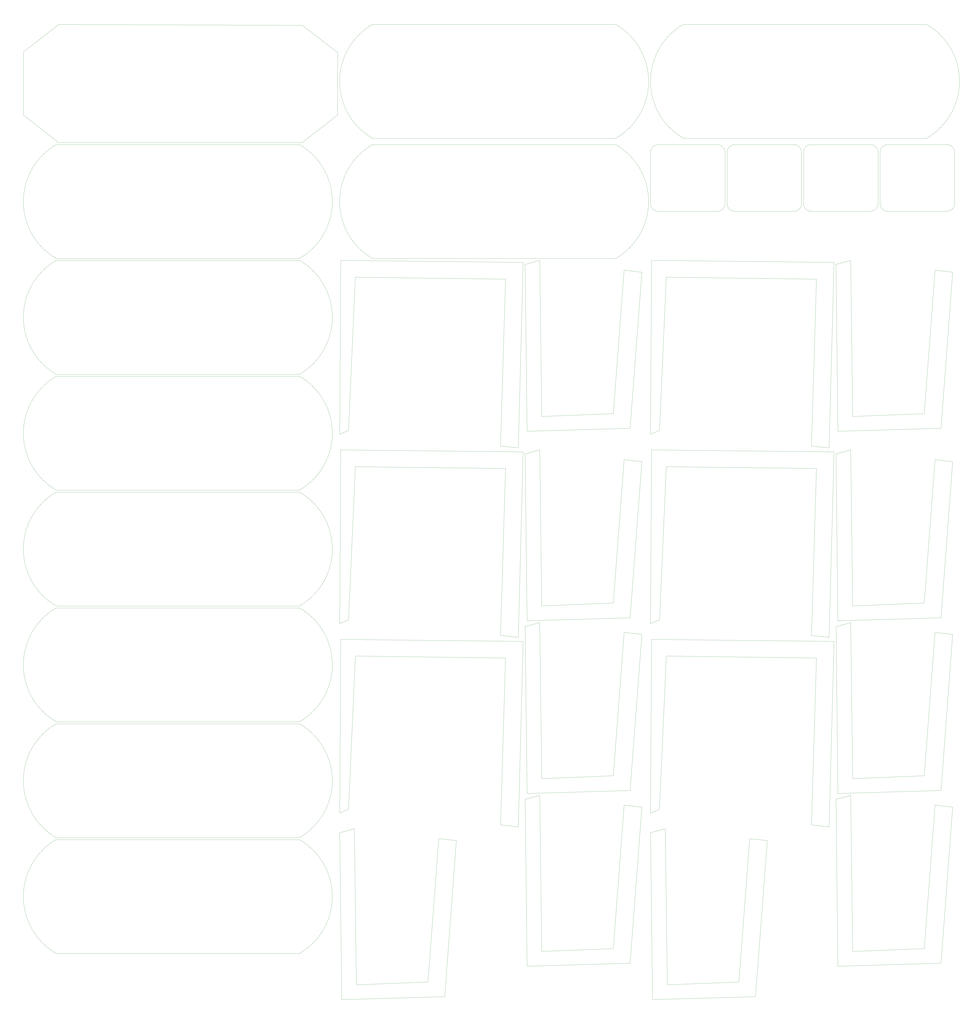
<source format=gbr>
%TF.GenerationSoftware,KiCad,Pcbnew,7.0.6-7.0.6~ubuntu20.04.1*%
%TF.CreationDate,2023-07-11T09:00:17+02:00*%
%TF.ProjectId,output_panel2023-07-11_065927.5376850000,6f757470-7574-45f7-9061-6e656c323032,rev?*%
%TF.SameCoordinates,Original*%
%TF.FileFunction,Profile,NP*%
%FSLAX45Y45*%
G04 Gerber Fmt 4.5, Leading zero omitted, Abs format (unit mm)*
G04 Created by KiCad (PCBNEW 7.0.6-7.0.6~ubuntu20.04.1) date 2023-07-11 09:00:17*
%MOMM*%
%LPD*%
G01*
G04 APERTURE LIST*
%TA.AperFunction,Profile*%
%ADD10C,0.050000*%
%TD*%
%TA.AperFunction,Profile*%
%ADD11C,0.100000*%
%TD*%
G04 APERTURE END LIST*
D10*
X32017643Y-40219379D02*
X32067643Y-31369379D01*
X14123822Y-17870000D02*
G75*
G03*
X14123822Y-12070000I-1674316J2900000D01*
G01*
X25619977Y-39514585D02*
X25719977Y-48014585D01*
X32817643Y-22569688D02*
X32467643Y-30369688D01*
X46517622Y-39814585D02*
X45967622Y-47114585D01*
D11*
X47517640Y-6570000D02*
G75*
G03*
X47117643Y-6170000I-400000J0D01*
G01*
X32017640Y-9170000D02*
G75*
G03*
X32417643Y-9570000I400000J0D01*
G01*
X47117643Y-9570003D02*
G75*
G03*
X47517643Y-9170000I-3J400003D01*
G01*
X17843821Y-5850000D02*
X30243821Y-5850000D01*
D10*
X42217622Y-12068311D02*
X41467622Y-12268311D01*
X30119977Y-38316294D02*
X26469977Y-38466294D01*
X47417622Y-12668311D02*
X46517622Y-12568311D01*
X22119996Y-41617385D02*
X21219996Y-41517385D01*
X25619977Y-12268311D02*
X25719977Y-20768311D01*
X14123822Y-23770000D02*
G75*
G03*
X14123822Y-17970000I-1674316J2900000D01*
G01*
X25719977Y-39216294D02*
X30969977Y-39066294D01*
X24619998Y-13019997D02*
X16969998Y-12919997D01*
X42317622Y-29668003D02*
X42217622Y-21718003D01*
D11*
X1723822Y-41470000D02*
X14123822Y-41470000D01*
X1850000Y-50000D02*
X14270000Y-90000D01*
D10*
X46517622Y-22218003D02*
X45967622Y-29518003D01*
X40467643Y-32319379D02*
X32817643Y-32219379D01*
D11*
X35917640Y-9170000D02*
G75*
G03*
X36317643Y-9570000I400000J0D01*
G01*
X43617640Y-6570000D02*
G75*
G03*
X43217643Y-6170000I-400000J0D01*
G01*
D10*
X25269998Y-21619997D02*
X24369998Y-21519997D01*
X21219996Y-41517385D02*
X20669996Y-48817385D01*
X26369977Y-21718003D02*
X25619977Y-21918003D01*
X16269995Y-49717385D02*
X21519996Y-49567385D01*
X20669996Y-48817385D02*
X17019996Y-48967385D01*
D11*
X47517643Y-6570000D02*
X47517643Y-9170000D01*
D10*
X41117643Y-31269688D02*
X40217643Y-31169688D01*
X1723822Y-23870000D02*
G75*
G03*
X1723822Y-29670000I1674316J-2900000D01*
G01*
D11*
X16050000Y-4670000D02*
X14250000Y-6070000D01*
D10*
X31569977Y-39914585D02*
X30669977Y-39814585D01*
X16619998Y-30369688D02*
X16169998Y-30569688D01*
D11*
X14270000Y-90000D02*
X16070000Y-1480000D01*
D10*
X30119977Y-47114585D02*
X26469977Y-47264585D01*
X41367643Y-12169997D02*
X41117643Y-21619997D01*
X40217643Y-21519997D02*
X40467643Y-13019997D01*
X40217643Y-40819379D02*
X40467643Y-32319379D01*
X30119977Y-29518003D02*
X26469977Y-29668003D01*
X32817643Y-32219379D02*
X32467643Y-40019379D01*
X46817622Y-30268003D02*
X47417622Y-22318003D01*
X32017643Y-20919997D02*
X32067643Y-12069997D01*
D11*
X1723822Y-35570000D02*
X14123822Y-35570000D01*
X35817640Y-6570000D02*
G75*
G03*
X35417643Y-6170000I-400000J0D01*
G01*
D10*
X16969998Y-32219379D02*
X16619998Y-40019379D01*
X25719977Y-48014585D02*
X30969977Y-47864585D01*
X31569977Y-31116294D02*
X30669977Y-31016294D01*
X30969977Y-30268003D02*
X31569977Y-22318003D01*
X24619998Y-22669688D02*
X16969998Y-22569688D01*
X26469977Y-29668003D02*
X26369977Y-21718003D01*
D11*
X32017643Y-9170000D02*
X32017643Y-6570000D01*
X1723822Y-23770000D02*
X14123822Y-23770000D01*
X44117643Y-6170003D02*
G75*
G03*
X43717643Y-6570000I-3J-399997D01*
G01*
X35417643Y-9570003D02*
G75*
G03*
X35817643Y-9170000I-3J400003D01*
G01*
X1723822Y-23870000D02*
X14123822Y-23870000D01*
D10*
X30669977Y-39814585D02*
X30119977Y-47114585D01*
X32467643Y-40019379D02*
X32017643Y-40219379D01*
X31569977Y-12668311D02*
X30669977Y-12568311D01*
X46817622Y-39066294D02*
X47417622Y-31116294D01*
D11*
X35917643Y-9170000D02*
X35917643Y-6570000D01*
D10*
X1723822Y-12070000D02*
G75*
G03*
X1723822Y-17870000I1674316J-2900000D01*
G01*
X25719977Y-30418003D02*
X30969977Y-30268003D01*
X17019996Y-48967385D02*
X16919996Y-41017385D01*
D11*
X40217643Y-6170003D02*
G75*
G03*
X39817643Y-6570000I-3J-399997D01*
G01*
D10*
X30243821Y-5850000D02*
G75*
G03*
X30243821Y-50000I-1674316J2900000D01*
G01*
X25619977Y-21918003D02*
X25719977Y-30418003D01*
D11*
X1723822Y-17870000D02*
X14123822Y-17870000D01*
D10*
X30669977Y-12568311D02*
X30119977Y-19868311D01*
X26369977Y-12068311D02*
X25619977Y-12268311D01*
X24369998Y-31169688D02*
X24619998Y-22669688D01*
D11*
X50000Y-1450000D02*
X1850000Y-50000D01*
D10*
X25519998Y-31469379D02*
X25269998Y-40919379D01*
X41467622Y-30716294D02*
X41567622Y-39216294D01*
D11*
X35817643Y-6570000D02*
X35817643Y-9170000D01*
D10*
X41567622Y-20768311D02*
X46817622Y-20618311D01*
X45967622Y-38316294D02*
X42317622Y-38466294D01*
X32117640Y-49717385D02*
X37367640Y-49567385D01*
D11*
X1723822Y-41570000D02*
X14123822Y-41570000D01*
D10*
X41117643Y-40919379D02*
X40217643Y-40819379D01*
X14123822Y-29670000D02*
G75*
G03*
X14123822Y-23870000I-1674316J2900000D01*
G01*
D11*
X50000Y-4670000D02*
X50000Y-1450000D01*
D10*
X46817622Y-20618311D02*
X47417622Y-12668311D01*
X16219998Y-12069997D02*
X25519998Y-12169997D01*
D11*
X39717643Y-6570000D02*
X39717643Y-9170000D01*
X39817643Y-9170000D02*
X39817643Y-6570000D01*
X1723822Y-29670000D02*
X14123822Y-29670000D01*
X43717643Y-9170000D02*
X43717643Y-6570000D01*
D10*
X42217622Y-30516294D02*
X41467622Y-30716294D01*
X46091466Y-5850000D02*
G75*
G03*
X46091466Y-50000I-1674316J2900000D01*
G01*
X30669977Y-22218003D02*
X30119977Y-29518003D01*
X32017640Y-41217385D02*
X32117640Y-49717385D01*
X1723822Y-35670000D02*
G75*
G03*
X1723822Y-41470000I1674316J-2900000D01*
G01*
X41367643Y-31469379D02*
X41117643Y-40919379D01*
X16969998Y-12919997D02*
X16619998Y-20719997D01*
X24369998Y-21519997D02*
X24619998Y-13019997D01*
D11*
X1723822Y-47370000D02*
X14123822Y-47370000D01*
X40217643Y-6170000D02*
X43217643Y-6170000D01*
D10*
X42217622Y-39314585D02*
X41467622Y-39514585D01*
X16619998Y-20719997D02*
X16169998Y-20919997D01*
D11*
X43217643Y-9570000D02*
X40217643Y-9570000D01*
D10*
X32017643Y-30569688D02*
X32067643Y-21719688D01*
X40467643Y-13019997D02*
X32817643Y-12919997D01*
D11*
X32417643Y-6170003D02*
G75*
G03*
X32017643Y-6570000I-3J-399997D01*
G01*
D10*
X36517640Y-48817385D02*
X32867640Y-48967385D01*
D11*
X39817640Y-9170000D02*
G75*
G03*
X40217643Y-9570000I400000J0D01*
G01*
D10*
X26469977Y-38466294D02*
X26369977Y-30516294D01*
X16219998Y-21719688D02*
X25519998Y-21819688D01*
D11*
X43217643Y-9570003D02*
G75*
G03*
X43617643Y-9170000I-3J400003D01*
G01*
D10*
X26369977Y-30516294D02*
X25619977Y-30716294D01*
X14123822Y-11970000D02*
G75*
G03*
X14123822Y-6170000I-1674316J2900000D01*
G01*
D11*
X39317643Y-9570000D02*
X36317643Y-9570000D01*
D10*
X25519998Y-21819688D02*
X25269998Y-31269688D01*
D11*
X1723822Y-17970000D02*
X14123822Y-17970000D01*
X47117643Y-9570000D02*
X44117643Y-9570000D01*
D10*
X37967640Y-41617385D02*
X37067640Y-41517385D01*
X41567622Y-39216294D02*
X46817622Y-39066294D01*
X16219998Y-31369379D02*
X25519998Y-31469379D01*
X30969977Y-47864585D02*
X31569977Y-39914585D01*
X40217643Y-31169688D02*
X40467643Y-22669688D01*
X21519996Y-49567385D02*
X22119996Y-41617385D01*
D11*
X43717640Y-9170000D02*
G75*
G03*
X44117643Y-9570000I400000J0D01*
G01*
D10*
X46517622Y-31016294D02*
X45967622Y-38316294D01*
X40467643Y-22669688D02*
X32817643Y-22569688D01*
D11*
X43617643Y-6570000D02*
X43617643Y-9170000D01*
D10*
X47417622Y-22318003D02*
X46517622Y-22218003D01*
X41567622Y-48014585D02*
X46817622Y-47864585D01*
D11*
X17843821Y-50000D02*
X30243821Y-50000D01*
D10*
X32867640Y-48967385D02*
X32767640Y-41017385D01*
X32067643Y-21719688D02*
X41367643Y-21819688D01*
D11*
X32417643Y-6170000D02*
X35417643Y-6170000D01*
D10*
X41467622Y-39514585D02*
X41567622Y-48014585D01*
X16969998Y-22569688D02*
X16619998Y-30369688D01*
D11*
X36317643Y-6170003D02*
G75*
G03*
X35917643Y-6570000I-3J-399997D01*
G01*
D10*
X26469977Y-47264585D02*
X26369977Y-39314585D01*
D11*
X44117643Y-6170000D02*
X47117643Y-6170000D01*
D10*
X37367640Y-49567385D02*
X37967640Y-41617385D01*
X41467622Y-21918003D02*
X41567622Y-30418003D01*
X42217622Y-21718003D02*
X41467622Y-21918003D01*
X30243821Y-11970000D02*
G75*
G03*
X30243821Y-6170000I-1674316J2900000D01*
G01*
X25719977Y-20768311D02*
X30969977Y-20618311D01*
X1723822Y-17970000D02*
G75*
G03*
X1723822Y-23770000I1674316J-2900000D01*
G01*
X24369998Y-40819379D02*
X24619998Y-32319379D01*
X17843822Y-6170000D02*
G75*
G03*
X17843821Y-11970000I1674316J-2900000D01*
G01*
X32467643Y-20719997D02*
X32017643Y-20919997D01*
X41117643Y-21619997D02*
X40217643Y-21519997D01*
D11*
X36317643Y-6170000D02*
X39317643Y-6170000D01*
D10*
X31569977Y-22318003D02*
X30669977Y-22218003D01*
X42317622Y-20018311D02*
X42217622Y-12068311D01*
X14123822Y-47370000D02*
G75*
G03*
X14123822Y-41570000I-1674316J2900000D01*
G01*
X32467643Y-30369688D02*
X32017643Y-30569688D01*
X30969977Y-20618311D02*
X31569977Y-12668311D01*
X17843821Y-50000D02*
G75*
G03*
X17843821Y-5850000I1674316J-2900000D01*
G01*
X30119977Y-19868311D02*
X26469977Y-20018311D01*
X16919996Y-41017385D02*
X16169995Y-41217385D01*
D11*
X39317643Y-9570003D02*
G75*
G03*
X39717643Y-9170000I-3J400003D01*
G01*
D10*
X25269998Y-40919379D02*
X24369998Y-40819379D01*
D11*
X1723822Y-35670000D02*
X14123822Y-35670000D01*
X17843821Y-11970000D02*
X30243821Y-11970000D01*
D10*
X42317622Y-47264585D02*
X42217622Y-39314585D01*
X1723822Y-29770000D02*
G75*
G03*
X1723822Y-35570000I1674316J-2900000D01*
G01*
D11*
X1723822Y-29770000D02*
X14123822Y-29770000D01*
X39717640Y-6570000D02*
G75*
G03*
X39317643Y-6170000I-400000J0D01*
G01*
D10*
X30669977Y-31016294D02*
X30119977Y-38316294D01*
X14123822Y-41470000D02*
G75*
G03*
X14123822Y-35670000I-1674316J2900000D01*
G01*
D11*
X1723822Y-6170000D02*
X14123822Y-6170000D01*
D10*
X25619977Y-30716294D02*
X25719977Y-39216294D01*
D11*
X33691466Y-50000D02*
X46091466Y-50000D01*
D10*
X32767640Y-41017385D02*
X32017640Y-41217385D01*
D11*
X1850000Y-6070000D02*
X50000Y-4670000D01*
D10*
X16169998Y-30569688D02*
X16219998Y-21719688D01*
X32817643Y-12919997D02*
X32467643Y-20719997D01*
X26369977Y-39314585D02*
X25619977Y-39514585D01*
D11*
X33691466Y-5850000D02*
X46091466Y-5850000D01*
D10*
X24619998Y-32319379D02*
X16969998Y-32219379D01*
X41467622Y-12268311D02*
X41567622Y-20768311D01*
X33691466Y-50000D02*
G75*
G03*
X33691466Y-5850000I1674316J-2900000D01*
G01*
X45967622Y-29518003D02*
X42317622Y-29668003D01*
D11*
X1723822Y-11970000D02*
X14123822Y-11970000D01*
X35417643Y-9570000D02*
X32417643Y-9570000D01*
D10*
X25519998Y-12169997D02*
X25269998Y-21619997D01*
X45967622Y-47114585D02*
X42317622Y-47264585D01*
X46517622Y-12568311D02*
X45967622Y-19868311D01*
D11*
X14250000Y-6070000D02*
X1850000Y-6070000D01*
D10*
X37067640Y-41517385D02*
X36517640Y-48817385D01*
X41367643Y-21819688D02*
X41117643Y-31269688D01*
X1723822Y-41570000D02*
G75*
G03*
X1723822Y-47370000I1674316J-2900000D01*
G01*
D11*
X16070000Y-1480000D02*
X16050000Y-4670000D01*
D10*
X14123822Y-35570000D02*
G75*
G03*
X14123822Y-29770000I-1674316J2900000D01*
G01*
D11*
X1723822Y-12070000D02*
X14123822Y-12070000D01*
D10*
X16169995Y-41217385D02*
X16269995Y-49717385D01*
X30969977Y-39066294D02*
X31569977Y-31116294D01*
D11*
X17843821Y-6170000D02*
X30243821Y-6170000D01*
D10*
X46817622Y-47864585D02*
X47417622Y-39914585D01*
X25269998Y-31269688D02*
X24369998Y-31169688D01*
X16169998Y-20919997D02*
X16219998Y-12069997D01*
X26469977Y-20018311D02*
X26369977Y-12068311D01*
X16619998Y-40019379D02*
X16169998Y-40219379D01*
X42317622Y-38466294D02*
X42217622Y-30516294D01*
X47417622Y-31116294D02*
X46517622Y-31016294D01*
X41567622Y-30418003D02*
X46817622Y-30268003D01*
X47417622Y-39914585D02*
X46517622Y-39814585D01*
X1723822Y-6170000D02*
G75*
G03*
X1723822Y-11970000I1674316J-2900000D01*
G01*
X45967622Y-19868311D02*
X42317622Y-20018311D01*
X32067643Y-31369379D02*
X41367643Y-31469379D01*
X16169998Y-40219379D02*
X16219998Y-31369379D01*
X32067643Y-12069997D02*
X41367643Y-12169997D01*
X32017643Y-40219379D02*
X32067643Y-31369379D01*
X14123822Y-17870000D02*
G75*
G03*
X14123822Y-12070000I-1674316J2900000D01*
G01*
X25619977Y-39514585D02*
X25719977Y-48014585D01*
X32817643Y-22569688D02*
X32467643Y-30369688D01*
X46517622Y-39814585D02*
X45967622Y-47114585D01*
D11*
X47517640Y-6570000D02*
G75*
G03*
X47117643Y-6170000I-400000J0D01*
G01*
X32017640Y-9170000D02*
G75*
G03*
X32417643Y-9570000I400000J0D01*
G01*
X47117643Y-9570003D02*
G75*
G03*
X47517643Y-9170000I-3J400003D01*
G01*
X17843821Y-5850000D02*
X30243821Y-5850000D01*
D10*
X42217622Y-12068311D02*
X41467622Y-12268311D01*
X30119977Y-38316294D02*
X26469977Y-38466294D01*
X47417622Y-12668311D02*
X46517622Y-12568311D01*
X22119996Y-41617385D02*
X21219996Y-41517385D01*
X25619977Y-12268311D02*
X25719977Y-20768311D01*
X14123822Y-23770000D02*
G75*
G03*
X14123822Y-17970000I-1674316J2900000D01*
G01*
X25719977Y-39216294D02*
X30969977Y-39066294D01*
X24619998Y-13019997D02*
X16969998Y-12919997D01*
X42317622Y-29668003D02*
X42217622Y-21718003D01*
D11*
X1723822Y-41470000D02*
X14123822Y-41470000D01*
X1850000Y-50000D02*
X14270000Y-90000D01*
D10*
X46517622Y-22218003D02*
X45967622Y-29518003D01*
X40467643Y-32319379D02*
X32817643Y-32219379D01*
D11*
X35917640Y-9170000D02*
G75*
G03*
X36317643Y-9570000I400000J0D01*
G01*
X43617640Y-6570000D02*
G75*
G03*
X43217643Y-6170000I-400000J0D01*
G01*
D10*
X25269998Y-21619997D02*
X24369998Y-21519997D01*
X21219996Y-41517385D02*
X20669996Y-48817385D01*
X26369977Y-21718003D02*
X25619977Y-21918003D01*
X16269995Y-49717385D02*
X21519996Y-49567385D01*
X20669996Y-48817385D02*
X17019996Y-48967385D01*
D11*
X47517643Y-6570000D02*
X47517643Y-9170000D01*
D10*
X41117643Y-31269688D02*
X40217643Y-31169688D01*
X1723822Y-23870000D02*
G75*
G03*
X1723822Y-29670000I1674316J-2900000D01*
G01*
D11*
X16050000Y-4670000D02*
X14250000Y-6070000D01*
D10*
X31569977Y-39914585D02*
X30669977Y-39814585D01*
X16619998Y-30369688D02*
X16169998Y-30569688D01*
D11*
X14270000Y-90000D02*
X16070000Y-1480000D01*
D10*
X30119977Y-47114585D02*
X26469977Y-47264585D01*
X41367643Y-12169997D02*
X41117643Y-21619997D01*
X40217643Y-21519997D02*
X40467643Y-13019997D01*
X40217643Y-40819379D02*
X40467643Y-32319379D01*
X30119977Y-29518003D02*
X26469977Y-29668003D01*
X32817643Y-32219379D02*
X32467643Y-40019379D01*
X46817622Y-30268003D02*
X47417622Y-22318003D01*
X32017643Y-20919997D02*
X32067643Y-12069997D01*
D11*
X1723822Y-35570000D02*
X14123822Y-35570000D01*
X35817640Y-6570000D02*
G75*
G03*
X35417643Y-6170000I-400000J0D01*
G01*
D10*
X16969998Y-32219379D02*
X16619998Y-40019379D01*
X25719977Y-48014585D02*
X30969977Y-47864585D01*
X31569977Y-31116294D02*
X30669977Y-31016294D01*
X30969977Y-30268003D02*
X31569977Y-22318003D01*
X24619998Y-22669688D02*
X16969998Y-22569688D01*
X26469977Y-29668003D02*
X26369977Y-21718003D01*
D11*
X32017643Y-9170000D02*
X32017643Y-6570000D01*
X1723822Y-23770000D02*
X14123822Y-23770000D01*
X44117643Y-6170003D02*
G75*
G03*
X43717643Y-6570000I-3J-399997D01*
G01*
X35417643Y-9570003D02*
G75*
G03*
X35817643Y-9170000I-3J400003D01*
G01*
X1723822Y-23870000D02*
X14123822Y-23870000D01*
D10*
X30669977Y-39814585D02*
X30119977Y-47114585D01*
X32467643Y-40019379D02*
X32017643Y-40219379D01*
X31569977Y-12668311D02*
X30669977Y-12568311D01*
X46817622Y-39066294D02*
X47417622Y-31116294D01*
D11*
X35917643Y-9170000D02*
X35917643Y-6570000D01*
D10*
X1723822Y-12070000D02*
G75*
G03*
X1723822Y-17870000I1674316J-2900000D01*
G01*
X25719977Y-30418003D02*
X30969977Y-30268003D01*
X17019996Y-48967385D02*
X16919996Y-41017385D01*
D11*
X40217643Y-6170003D02*
G75*
G03*
X39817643Y-6570000I-3J-399997D01*
G01*
D10*
X30243821Y-5850000D02*
G75*
G03*
X30243821Y-50000I-1674316J2900000D01*
G01*
X25619977Y-21918003D02*
X25719977Y-30418003D01*
D11*
X1723822Y-17870000D02*
X14123822Y-17870000D01*
D10*
X30669977Y-12568311D02*
X30119977Y-19868311D01*
X26369977Y-12068311D02*
X25619977Y-12268311D01*
X24369998Y-31169688D02*
X24619998Y-22669688D01*
D11*
X50000Y-1450000D02*
X1850000Y-50000D01*
D10*
X25519998Y-31469379D02*
X25269998Y-40919379D01*
X41467622Y-30716294D02*
X41567622Y-39216294D01*
D11*
X35817643Y-6570000D02*
X35817643Y-9170000D01*
D10*
X41567622Y-20768311D02*
X46817622Y-20618311D01*
X45967622Y-38316294D02*
X42317622Y-38466294D01*
X32117640Y-49717385D02*
X37367640Y-49567385D01*
D11*
X1723822Y-41570000D02*
X14123822Y-41570000D01*
D10*
X41117643Y-40919379D02*
X40217643Y-40819379D01*
X14123822Y-29670000D02*
G75*
G03*
X14123822Y-23870000I-1674316J2900000D01*
G01*
D11*
X50000Y-4670000D02*
X50000Y-1450000D01*
D10*
X46817622Y-20618311D02*
X47417622Y-12668311D01*
X16219998Y-12069997D02*
X25519998Y-12169997D01*
D11*
X39717643Y-6570000D02*
X39717643Y-9170000D01*
X39817643Y-9170000D02*
X39817643Y-6570000D01*
X1723822Y-29670000D02*
X14123822Y-29670000D01*
X43717643Y-9170000D02*
X43717643Y-6570000D01*
D10*
X42217622Y-30516294D02*
X41467622Y-30716294D01*
X46091466Y-5850000D02*
G75*
G03*
X46091466Y-50000I-1674316J2900000D01*
G01*
X30669977Y-22218003D02*
X30119977Y-29518003D01*
X32017640Y-41217385D02*
X32117640Y-49717385D01*
X1723822Y-35670000D02*
G75*
G03*
X1723822Y-41470000I1674316J-2900000D01*
G01*
X41367643Y-31469379D02*
X41117643Y-40919379D01*
X16969998Y-12919997D02*
X16619998Y-20719997D01*
X24369998Y-21519997D02*
X24619998Y-13019997D01*
D11*
X1723822Y-47370000D02*
X14123822Y-47370000D01*
X40217643Y-6170000D02*
X43217643Y-6170000D01*
D10*
X42217622Y-39314585D02*
X41467622Y-39514585D01*
X16619998Y-20719997D02*
X16169998Y-20919997D01*
D11*
X43217643Y-9570000D02*
X40217643Y-9570000D01*
D10*
X32017643Y-30569688D02*
X32067643Y-21719688D01*
X40467643Y-13019997D02*
X32817643Y-12919997D01*
D11*
X32417643Y-6170003D02*
G75*
G03*
X32017643Y-6570000I-3J-399997D01*
G01*
D10*
X36517640Y-48817385D02*
X32867640Y-48967385D01*
D11*
X39817640Y-9170000D02*
G75*
G03*
X40217643Y-9570000I400000J0D01*
G01*
D10*
X26469977Y-38466294D02*
X26369977Y-30516294D01*
X16219998Y-21719688D02*
X25519998Y-21819688D01*
D11*
X43217643Y-9570003D02*
G75*
G03*
X43617643Y-9170000I-3J400003D01*
G01*
D10*
X26369977Y-30516294D02*
X25619977Y-30716294D01*
X14123822Y-11970000D02*
G75*
G03*
X14123822Y-6170000I-1674316J2900000D01*
G01*
D11*
X39317643Y-9570000D02*
X36317643Y-9570000D01*
D10*
X25519998Y-21819688D02*
X25269998Y-31269688D01*
D11*
X1723822Y-17970000D02*
X14123822Y-17970000D01*
X47117643Y-9570000D02*
X44117643Y-9570000D01*
D10*
X37967640Y-41617385D02*
X37067640Y-41517385D01*
X41567622Y-39216294D02*
X46817622Y-39066294D01*
X16219998Y-31369379D02*
X25519998Y-31469379D01*
X30969977Y-47864585D02*
X31569977Y-39914585D01*
X40217643Y-31169688D02*
X40467643Y-22669688D01*
X21519996Y-49567385D02*
X22119996Y-41617385D01*
D11*
X43717640Y-9170000D02*
G75*
G03*
X44117643Y-9570000I400000J0D01*
G01*
D10*
X46517622Y-31016294D02*
X45967622Y-38316294D01*
X40467643Y-22669688D02*
X32817643Y-22569688D01*
D11*
X43617643Y-6570000D02*
X43617643Y-9170000D01*
D10*
X47417622Y-22318003D02*
X46517622Y-22218003D01*
X41567622Y-48014585D02*
X46817622Y-47864585D01*
D11*
X17843821Y-50000D02*
X30243821Y-50000D01*
D10*
X32867640Y-48967385D02*
X32767640Y-41017385D01*
X32067643Y-21719688D02*
X41367643Y-21819688D01*
D11*
X32417643Y-6170000D02*
X35417643Y-6170000D01*
D10*
X41467622Y-39514585D02*
X41567622Y-48014585D01*
X16969998Y-22569688D02*
X16619998Y-30369688D01*
D11*
X36317643Y-6170003D02*
G75*
G03*
X35917643Y-6570000I-3J-399997D01*
G01*
D10*
X26469977Y-47264585D02*
X26369977Y-39314585D01*
D11*
X44117643Y-6170000D02*
X47117643Y-6170000D01*
D10*
X37367640Y-49567385D02*
X37967640Y-41617385D01*
X41467622Y-21918003D02*
X41567622Y-30418003D01*
X42217622Y-21718003D02*
X41467622Y-21918003D01*
X30243821Y-11970000D02*
G75*
G03*
X30243821Y-6170000I-1674316J2900000D01*
G01*
X25719977Y-20768311D02*
X30969977Y-20618311D01*
X1723822Y-17970000D02*
G75*
G03*
X1723822Y-23770000I1674316J-2900000D01*
G01*
X24369998Y-40819379D02*
X24619998Y-32319379D01*
X17843822Y-6170000D02*
G75*
G03*
X17843821Y-11970000I1674316J-2900000D01*
G01*
X32467643Y-20719997D02*
X32017643Y-20919997D01*
X41117643Y-21619997D02*
X40217643Y-21519997D01*
D11*
X36317643Y-6170000D02*
X39317643Y-6170000D01*
D10*
X31569977Y-22318003D02*
X30669977Y-22218003D01*
X42317622Y-20018311D02*
X42217622Y-12068311D01*
X14123822Y-47370000D02*
G75*
G03*
X14123822Y-41570000I-1674316J2900000D01*
G01*
X32467643Y-30369688D02*
X32017643Y-30569688D01*
X30969977Y-20618311D02*
X31569977Y-12668311D01*
X17843821Y-50000D02*
G75*
G03*
X17843821Y-5850000I1674316J-2900000D01*
G01*
X30119977Y-19868311D02*
X26469977Y-20018311D01*
X16919996Y-41017385D02*
X16169995Y-41217385D01*
D11*
X39317643Y-9570003D02*
G75*
G03*
X39717643Y-9170000I-3J400003D01*
G01*
D10*
X25269998Y-40919379D02*
X24369998Y-40819379D01*
D11*
X1723822Y-35670000D02*
X14123822Y-35670000D01*
X17843821Y-11970000D02*
X30243821Y-11970000D01*
D10*
X42317622Y-47264585D02*
X42217622Y-39314585D01*
X1723822Y-29770000D02*
G75*
G03*
X1723822Y-35570000I1674316J-2900000D01*
G01*
D11*
X1723822Y-29770000D02*
X14123822Y-29770000D01*
X39717640Y-6570000D02*
G75*
G03*
X39317643Y-6170000I-400000J0D01*
G01*
D10*
X30669977Y-31016294D02*
X30119977Y-38316294D01*
X14123822Y-41470000D02*
G75*
G03*
X14123822Y-35670000I-1674316J2900000D01*
G01*
D11*
X1723822Y-6170000D02*
X14123822Y-6170000D01*
D10*
X25619977Y-30716294D02*
X25719977Y-39216294D01*
D11*
X33691466Y-50000D02*
X46091466Y-50000D01*
D10*
X32767640Y-41017385D02*
X32017640Y-41217385D01*
D11*
X1850000Y-6070000D02*
X50000Y-4670000D01*
D10*
X16169998Y-30569688D02*
X16219998Y-21719688D01*
X32817643Y-12919997D02*
X32467643Y-20719997D01*
X26369977Y-39314585D02*
X25619977Y-39514585D01*
D11*
X33691466Y-5850000D02*
X46091466Y-5850000D01*
D10*
X24619998Y-32319379D02*
X16969998Y-32219379D01*
X41467622Y-12268311D02*
X41567622Y-20768311D01*
X33691466Y-50000D02*
G75*
G03*
X33691466Y-5850000I1674316J-2900000D01*
G01*
X45967622Y-29518003D02*
X42317622Y-29668003D01*
D11*
X1723822Y-11970000D02*
X14123822Y-11970000D01*
X35417643Y-9570000D02*
X32417643Y-9570000D01*
D10*
X25519998Y-12169997D02*
X25269998Y-21619997D01*
X45967622Y-47114585D02*
X42317622Y-47264585D01*
X46517622Y-12568311D02*
X45967622Y-19868311D01*
D11*
X14250000Y-6070000D02*
X1850000Y-6070000D01*
D10*
X37067640Y-41517385D02*
X36517640Y-48817385D01*
X41367643Y-21819688D02*
X41117643Y-31269688D01*
X1723822Y-41570000D02*
G75*
G03*
X1723822Y-47370000I1674316J-2900000D01*
G01*
D11*
X16070000Y-1480000D02*
X16050000Y-4670000D01*
D10*
X14123822Y-35570000D02*
G75*
G03*
X14123822Y-29770000I-1674316J2900000D01*
G01*
D11*
X1723822Y-12070000D02*
X14123822Y-12070000D01*
D10*
X16169995Y-41217385D02*
X16269995Y-49717385D01*
X30969977Y-39066294D02*
X31569977Y-31116294D01*
D11*
X17843821Y-6170000D02*
X30243821Y-6170000D01*
D10*
X46817622Y-47864585D02*
X47417622Y-39914585D01*
X25269998Y-31269688D02*
X24369998Y-31169688D01*
X16169998Y-20919997D02*
X16219998Y-12069997D01*
X26469977Y-20018311D02*
X26369977Y-12068311D01*
X16619998Y-40019379D02*
X16169998Y-40219379D01*
X42317622Y-38466294D02*
X42217622Y-30516294D01*
X47417622Y-31116294D02*
X46517622Y-31016294D01*
X41567622Y-30418003D02*
X46817622Y-30268003D01*
X47417622Y-39914585D02*
X46517622Y-39814585D01*
X1723822Y-6170000D02*
G75*
G03*
X1723822Y-11970000I1674316J-2900000D01*
G01*
X45967622Y-19868311D02*
X42317622Y-20018311D01*
X32067643Y-31369379D02*
X41367643Y-31469379D01*
X16169998Y-40219379D02*
X16219998Y-31369379D01*
X32067643Y-12069997D02*
X41367643Y-12169997D01*
M02*

</source>
